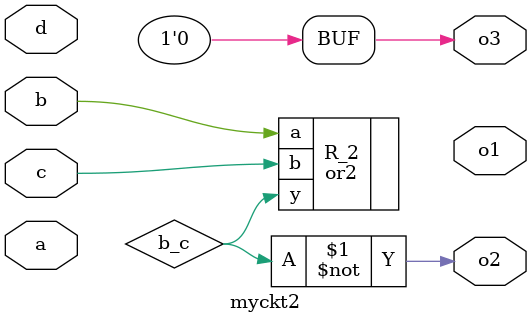
<source format=v>
module myckt2 (o1, o2, o3, a, b, c, d);
output o1;
output o2;
output o3;
input a;
input b;
input c;
input d;

wire b_c;

not N_3(.y(o2), .i(b_c));
or2 R_2(.y(b_c), .a(b), .b(c));
not not_X_2(.y(o3), .i(1'b1));
one one(.y(1'b1));
zero zero(.y(1'b0));

endmodule


</source>
